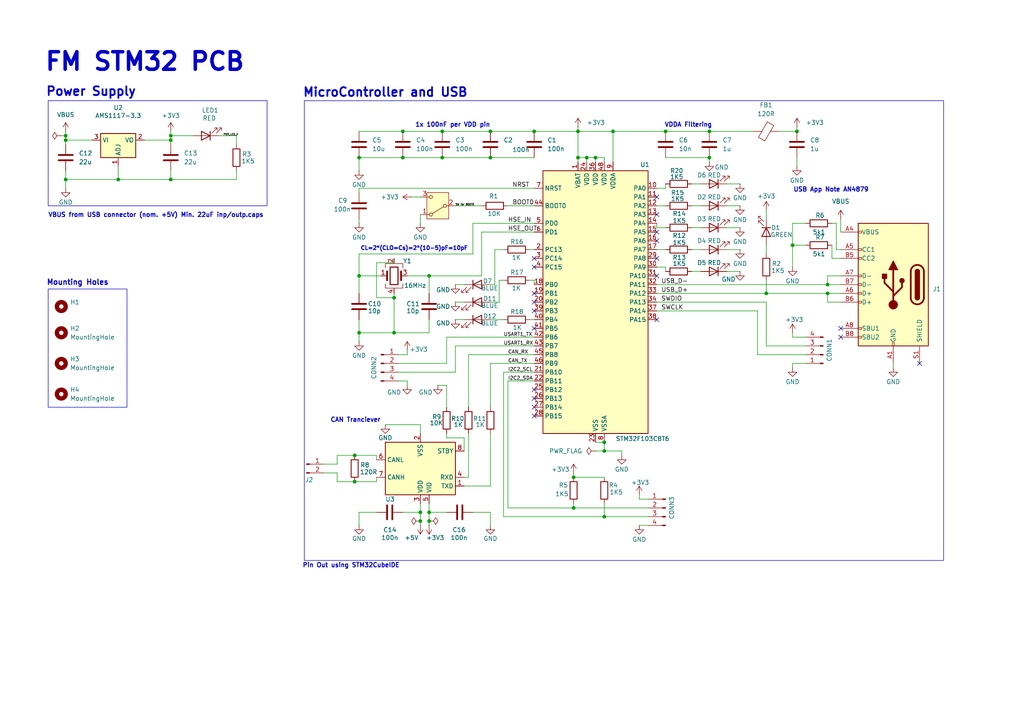
<source format=kicad_sch>
(kicad_sch (version 20250114) (generator "eeschema") (generator_version "9.0")
  (paper "A4")
  (title_block (title "Faziki Musanganya Unboarding Project") (date "2025-09-27") (rev "0.1") (company "Eco-Car"))
  (lib_symbols
    (symbol "Connector:Conn_01x02_Pin" (pin_names (offset 1.016) (hide yes))
      (property "Reference" "J" (at 0 2.54 0))
      (property "Value" "Conn_01x02_Pin" (at 0 -5.08 0))
      (symbol "Conn_01x02_Pin_1_1"
        (pin passive line (at 5.08 0 180) (length 3.81) (name "Pin_1") (number "1"))
        (pin passive line (at 5.08 -2.54 180) (length 3.81) (name "Pin_2") (number "2"))
      )
    )
    (symbol "Connector:Conn_01x04_Pin" (pin_names (offset 1.016) (hide yes))
      (property "Reference" "J" (at 0 5.08 0))
      (property "Value" "Conn_01x04_Pin" (at 0 -7.62 0))
      (symbol "Conn_01x04_Pin_1_1"
        (pin passive line (at 5.08 2.54 180) (length 3.81) (name "Pin_1") (number "1"))
        (pin passive line (at 5.08 0 180) (length 3.81) (name "Pin_2") (number "2"))
        (pin passive line (at 5.08 -2.54 180) (length 3.81) (name "Pin_3") (number "3"))
        (pin passive line (at 5.08 -5.08 180) (length 3.81) (name "Pin_4") (number "4"))
      )
    )
    (symbol "Connector:USB_C_Receptacle_USB2.0_16P" (pin_names (offset 1.016))
      (property "Reference" "J" (at 0 22.225 0))
      (property "Value" "USB_C_Receptacle_USB2.0_16P" (at 0 19.685 0))
      (symbol "USB_C_Receptacle_USB2.0_16P_1_1"
        (pin passive line (at -7.62 -22.86 90) (length 5.08) (name "SHIELD") (number "S1"))
        (pin passive line (at 0 -22.86 90) (length 5.08) (name "GND") (number "A1"))
        (pin passive line (at 0 -22.86 90) (length 5.08) (hide yes) (name "GND") (number "A12"))
        (pin passive line (at 0 -22.86 90) (length 5.08) (hide yes) (name "GND") (number "B1"))
        (pin passive line (at 0 -22.86 90) (length 5.08) (hide yes) (name "GND") (number "B12"))
        (pin passive line (at 15.24 15.24 180) (length 5.08) (name "VBUS") (number "A4"))
        (pin passive line (at 15.24 15.24 180) (length 5.08) (hide yes) (name "VBUS") (number "A9"))
        (pin passive line (at 15.24 15.24 180) (length 5.08) (hide yes) (name "VBUS") (number "B4"))
        (pin passive line (at 15.24 15.24 180) (length 5.08) (hide yes) (name "VBUS") (number "B9"))
        (pin bidirectional line (at 15.24 10.16 180) (length 5.08) (name "CC1") (number "A5"))
        (pin bidirectional line (at 15.24 7.62 180) (length 5.08) (name "CC2") (number "B5"))
        (pin bidirectional line (at 15.24 2.54 180) (length 5.08) (name "D-") (number "A7"))
        (pin bidirectional line (at 15.24 0 180) (length 5.08) (name "D-") (number "B7"))
        (pin bidirectional line (at 15.24 -2.54 180) (length 5.08) (name "D+") (number "A6"))
        (pin bidirectional line (at 15.24 -5.08 180) (length 5.08) (name "D+") (number "B6"))
        (pin bidirectional line (at 15.24 -12.7 180) (length 5.08) (name "SBU1") (number "A8"))
        (pin bidirectional line (at 15.24 -15.24 180) (length 5.08) (name "SBU2") (number "B8"))
      )
    )
    (symbol "Device:C" (pin_numbers (hide yes)) (pin_names (offset 0.254))
      (property "Reference" "C" (at 0.635 2.54 0))
      (property "Value" "C" (at 0.635 -2.54 0))
      (symbol "C_1_1"
        (pin passive line (at 0 3.81 270) (length 2.794) (name "~") (number "1"))
        (pin passive line (at 0 -3.81 90) (length 2.794) (name "~") (number "2"))
      )
    )
    (symbol "Device:Crystal_GND24" (pin_names (offset 1.016) (hide yes))
      (property "Reference" "Y" (at 3.175 5.08 0))
      (property "Value" "Crystal_GND24" (at 3.175 3.175 0))
      (symbol "Crystal_GND24_1_1"
        (pin passive line (at -3.81 0 0) (length 1.27) (name "1") (number "1"))
        (pin passive line (at 0 5.08 270) (length 1.27) (name "2") (number "2"))
        (pin passive line (at 0 -5.08 90) (length 1.27) (name "4") (number "4"))
        (pin passive line (at 3.81 0 180) (length 1.27) (name "3") (number "3"))
      )
    )
    (symbol "Device:FerriteBead" (pin_numbers (hide yes)) (pin_names (offset 0))
      (property "Reference" "FB" (at -3.81 0.635 90))
      (property "Value" "FerriteBead" (at 3.81 0 90))
      (symbol "FerriteBead_1_1"
        (pin passive line (at 0 3.81 270) (length 2.54) (name "~") (number "1"))
        (pin passive line (at 0 -3.81 90) (length 2.54) (name "~") (number "2"))
      )
    )
    (symbol "Device:LED" (pin_numbers (hide yes)) (pin_names (offset 1.016) (hide yes))
      (property "Reference" "D" (at 0 2.54 0))
      (property "Value" "LED" (at 0 -2.54 0))
      (symbol "LED_1_1"
        (pin passive line (at -3.81 0 0) (length 2.54) (name "K") (number "1"))
        (pin passive line (at 3.81 0 180) (length 2.54) (name "A") (number "2"))
      )
    )
    (symbol "Device:R" (pin_numbers (hide yes)) (pin_names (offset 0))
      (property "Reference" "R" (at 2.032 0 90))
      (property "Value" "R" (at 0 0 90))
      (symbol "R_1_1"
        (pin passive line (at 0 3.81 270) (length 1.27) (name "~") (number "1"))
        (pin passive line (at 0 -3.81 90) (length 1.27) (name "~") (number "2"))
      )
    )
    (symbol "Interface_CAN_LIN:MCP2542FDxMF"
      (property "Reference" "U" (at -10.16 8.89 0))
      (property "Value" "MCP2542FDxMF" (at 2.54 8.89 0))
      (symbol "MCP2542FDxMF_1_1"
        (pin input line (at -12.7 5.08 0) (length 2.54) (name "TXD") (number "1"))
        (pin output line (at -12.7 2.54 0) (length 2.54) (name "RXD") (number "4"))
        (pin input line (at -12.7 -5.08 0) (length 2.54) (name "STBY") (number "8"))
        (pin power_in line (at -2.54 10.16 270) (length 2.54) (name "VIO") (number "5"))
        (pin power_in line (at 0 10.16 270) (length 2.54) (name "VDD") (number "3"))
        (pin power_in line (at 0 -10.16 90) (length 2.54) (name "VSS") (number "2"))
        (pin passive line (at 0 -10.16 90) (length 2.54) (hide yes) (name "VSS") (number "9"))
        (pin bidirectional line (at 12.7 2.54 180) (length 2.54) (name "CANH") (number "7"))
        (pin bidirectional line (at 12.7 -2.54 180) (length 2.54) (name "CANL") (number "6"))
      )
    )
    (symbol "MCU_ST_STM32F1:STM32F103C8Tx"
      (property "Reference" "U" (at -15.24 39.37 0))
      (property "Value" "STM32F103C8Tx" (at 7.62 39.37 0))
      (symbol "STM32F103C8Tx_1_1"
        (pin input line (at -17.78 33.02 0) (length 2.54) (name "NRST") (number "7"))
        (pin input line (at -17.78 27.94 0) (length 2.54) (name "BOOT0") (number "44"))
        (pin bidirectional line (at -17.78 22.86 0) (length 2.54) (name "PD0") (number "5"))
        (pin bidirectional line (at -17.78 20.32 0) (length 2.54) (name "PD1") (number "6"))
        (pin bidirectional line (at -17.78 15.24 0) (length 2.54) (name "PC13") (number "2"))
        (pin bidirectional line (at -17.78 12.7 0) (length 2.54) (name "PC14") (number "3"))
        (pin bidirectional line (at -17.78 10.16 0) (length 2.54) (name "PC15") (number "4"))
        (pin bidirectional line (at -17.78 5.08 0) (length 2.54) (name "PB0") (number "18"))
        (pin bidirectional line (at -17.78 2.54 0) (length 2.54) (name "PB1") (number "19"))
        (pin bidirectional line (at -17.78 0 0) (length 2.54) (name "PB2") (number "20"))
        (pin bidirectional line (at -17.78 -2.54 0) (length 2.54) (name "PB3") (number "39"))
        (pin bidirectional line (at -17.78 -5.08 0) (length 2.54) (name "PB4") (number "40"))
        (pin bidirectional line (at -17.78 -7.62 0) (length 2.54) (name "PB5") (number "41"))
        (pin bidirectional line (at -17.78 -10.16 0) (length 2.54) (name "PB6") (number "42"))
        (pin bidirectional line (at -17.78 -12.7 0) (length 2.54) (name "PB7") (number "43"))
        (pin bidirectional line (at -17.78 -15.24 0) (length 2.54) (name "PB8") (number "45"))
        (pin bidirectional line (at -17.78 -17.78 0) (length 2.54) (name "PB9") (number "46"))
        (pin bidirectional line (at -17.78 -20.32 0) (length 2.54) (name "PB10") (number "21"))
        (pin bidirectional line (at -17.78 -22.86 0) (length 2.54) (name "PB11") (number "22"))
        (pin bidirectional line (at -17.78 -25.4 0) (length 2.54) (name "PB12") (number "25"))
        (pin bidirectional line (at -17.78 -27.94 0) (length 2.54) (name "PB13") (number "26"))
        (pin bidirectional line (at -17.78 -30.48 0) (length 2.54) (name "PB14") (number "27"))
        (pin bidirectional line (at -17.78 -33.02 0) (length 2.54) (name "PB15") (number "28"))
        (pin power_in line (at -5.08 40.64 270) (length 2.54) (name "VBAT") (number "1"))
        (pin power_in line (at -2.54 40.64 270) (length 2.54) (name "VDD") (number "24"))
        (pin power_in line (at 0 40.64 270) (length 2.54) (name "VDD") (number "36"))
        (pin power_in line (at 0 -40.64 90) (length 2.54) (name "VSS") (number "23"))
        (pin passive line (at 0 -40.64 90) (length 2.54) (hide yes) (name "VSS") (number "35"))
        (pin passive line (at 0 -40.64 90) (length 2.54) (hide yes) (name "VSS") (number "47"))
        (pin power_in line (at 2.54 40.64 270) (length 2.54) (name "VDD") (number "48"))
        (pin power_in line (at 2.54 -40.64 90) (length 2.54) (name "VSSA") (number "8"))
        (pin power_in line (at 5.08 40.64 270) (length 2.54) (name "VDDA") (number "9"))
        (pin bidirectional line (at 17.78 33.02 180) (length 2.54) (name "PA0") (number "10"))
        (pin bidirectional line (at 17.78 30.48 180) (length 2.54) (name "PA1") (number "11"))
        (pin bidirectional line (at 17.78 27.94 180) (length 2.54) (name "PA2") (number "12"))
        (pin bidirectional line (at 17.78 25.4 180) (length 2.54) (name "PA3") (number "13"))
        (pin bidirectional line (at 17.78 22.86 180) (length 2.54) (name "PA4") (number "14"))
        (pin bidirectional line (at 17.78 20.32 180) (length 2.54) (name "PA5") (number "15"))
        (pin bidirectional line (at 17.78 17.78 180) (length 2.54) (name "PA6") (number "16"))
        (pin bidirectional line (at 17.78 15.24 180) (length 2.54) (name "PA7") (number "17"))
        (pin bidirectional line (at 17.78 12.7 180) (length 2.54) (name "PA8") (number "29"))
        (pin bidirectional line (at 17.78 10.16 180) (length 2.54) (name "PA9") (number "30"))
        (pin bidirectional line (at 17.78 7.62 180) (length 2.54) (name "PA10") (number "31"))
        (pin bidirectional line (at 17.78 5.08 180) (length 2.54) (name "PA11") (number "32"))
        (pin bidirectional line (at 17.78 2.54 180) (length 2.54) (name "PA12") (number "33"))
        (pin bidirectional line (at 17.78 0 180) (length 2.54) (name "PA13") (number "34"))
        (pin bidirectional line (at 17.78 -2.54 180) (length 2.54) (name "PA14") (number "37"))
        (pin bidirectional line (at 17.78 -5.08 180) (length 2.54) (name "PA15") (number "38"))
      )
    )
    (symbol "Mechanical:MountingHole" (pin_names (offset 1.016)) (in_bom no)
      (property "Reference" "H" (at 0 5.08 0))
      (property "Value" "MountingHole" (at 0 3.175 0))
    )
    (symbol "Regulator_Linear:AMS1117"
      (property "Reference" "U" (at -3.81 3.175 0))
      (property "Value" "AMS1117" (at 0 3.175 0))
      (symbol "AMS1117_1_1"
        (pin power_in line (at -7.62 0 0) (length 2.54) (name "VI") (number "3"))
        (pin input line (at 0 -7.62 90) (length 2.54) (name "ADJ") (number "1"))
        (pin power_out line (at 7.62 0 180) (length 2.54) (name "VO") (number "2"))
      )
    )
    (symbol "Switch:SW_SPDT" (pin_names (offset 0) (hide yes))
      (property "Reference" "SW" (at 0 5.08 0))
      (property "Value" "SW_SPDT" (at 0 -5.08 0))
      (symbol "SW_SPDT_1_1"
        (pin passive line (at -5.08 0 0) (length 2.54) (name "B") (number "2"))
        (pin passive line (at 5.08 2.54 180) (length 2.54) (name "A") (number "1"))
        (pin passive line (at 5.08 -2.54 180) (length 2.54) (name "C") (number "3"))
      )
    )
    (symbol "power:+3.3V" (power) (pin_numbers (hide yes)) (pin_names (offset 0) (hide yes))
      (property "Value" "+3.3V" (at 0 3.556 0))
      (symbol "+3.3V_1_1"
        (pin power_in line (at 0 0 90) (length 0) (name "~") (number "1"))
      )
    )
    (symbol "power:+5V" (power) (pin_numbers (hide yes)) (pin_names (offset 0) (hide yes))
      (property "Value" "+5V" (at 0 3.556 0))
      (symbol "+5V_1_1"
        (pin power_in line (at 0 0 90) (length 0) (name "~") (number "1"))
      )
    )
    (symbol "power:GND" (power) (pin_numbers (hide yes)) (pin_names (offset 0) (hide yes))
      (property "Value" "GND" (at 0 -3.81 0))
      (symbol "GND_1_1"
        (pin power_in line (at 0 0 270) (length 0) (name "~") (number "1"))
      )
    )
    (symbol "power:PWR_FLAG" (power) (pin_numbers (hide yes)) (pin_names (offset 0) (hide yes))
      (property "Value" "PWR_FLAG" (at 0 3.81 0))
      (symbol "PWR_FLAG_0_0"
        (pin power_out line (at 0 0 90) (length 0) (name "~") (number "1"))
      )
    )
    (symbol "power:VBUS" (power) (pin_numbers (hide yes)) (pin_names (offset 0) (hide yes))
      (property "Value" "VBUS" (at 0 3.556 0))
      (symbol "VBUS_1_1"
        (pin power_in line (at 0 0 90) (length 0) (name "~") (number "1"))
      )
    )
  )
  (rectangle (start 13.97 29.21) (end 77.47 59.69))
  (rectangle (start 88.265 29.21) (end 273.685 162.56))
  (text "USB App Note AN4879" (at 241.046 55.118 0) (effects (font (size 1.27 1.27) (thickness 0.254) (bold yes))))
  (text "MicroController and USB\n" (at 111.76 26.924 0) (effects (font (size 2.54 2.54) (thickness 0.508) (bold yes))))
  (text "CL=2*(CLO=Cs)=2*(10-5)pF=10pF" (at 120.142 72.136 0) (effects (font (size 1.143 1.143) (thickness 0.254) (bold yes))))
  (text "FM STM32 PCB " (at 43.942 18.034 0) (effects (font (size 5.08 5.08) (thickness 1.016) (bold yes))))
  (text "VBUS from USB connector (nom. +5V) Min. 22uF inp/outp.caps" (at 45.212 62.484 0) (effects (font (size 1.27 1.27) (thickness 0.254) (bold yes))))
  (text "VDDA Filtering" (at 199.644 36.322 0) (effects (font (size 1.27 1.27) (thickness 0.254) (bold yes))))
  (text "CAN Tranciever" (at 103.124 121.92 0) (effects (font (size 1.27 1.27) (thickness 0.254) (bold yes))))
  (text "Mounting Holes " (at 23.114 82.042 0) (effects (font (size 1.524 1.524) (thickness 0.3048) (bold yes))))
  (text "Power Supply" (at 26.416 26.67 0) (effects (font (size 2.54 2.54) (thickness 0.508) (bold yes))))
  (text "Pin Out using STM32CubeIDE" (at 101.854 164.084 0) (effects (font (size 1.27 1.27) (thickness 0.254) (bold yes))))
  (text "1x 100nF per VDD pin" (at 131.318 36.322 0) (effects (font (size 1.27 1.27) (thickness 0.254) (bold yes))))
  (text_box "" (at 13.97 83.82 0) (size 22.86 34.29) (margins 0.9525 0.9525 0.9525 0.9525) (effects (font (size 1.27 1.27)) (justify left top)))
  (junction (at 128.27 45.72))
  (junction (at 222.25 85.09))
  (junction (at 102.87 132.08))
  (junction (at 114.3 86.36))
  (junction (at 116.84 45.72))
  (junction (at 177.8 38.1))
  (junction (at 19.05 39.37))
  (junction (at 19.05 52.07))
  (junction (at 175.26 149.86))
  (junction (at 231.14 38.1))
  (junction (at 116.84 38.1))
  (junction (at 124.46 80.01))
  (junction (at 154.94 38.1))
  (junction (at 104.14 80.01))
  (junction (at 124.46 151.13))
  (junction (at 205.74 45.72))
  (junction (at 175.26 130.81))
  (junction (at 229.87 71.12))
  (junction (at 175.26 128.27))
  (junction (at 121.92 148.59))
  (junction (at 49.53 40.64))
  (junction (at 142.24 45.72))
  (junction (at 49.53 52.07))
  (junction (at 240.03 85.09))
  (junction (at 34.29 52.07))
  (junction (at 49.53 39.37))
  (junction (at 167.64 45.72))
  (junction (at 104.14 45.72))
  (junction (at 172.72 45.72))
  (junction (at 19.05 40.64))
  (junction (at 124.46 148.59))
  (junction (at 102.87 139.7))
  (junction (at 128.27 38.1))
  (junction (at 142.24 38.1))
  (junction (at 121.92 151.13))
  (junction (at 193.04 38.1))
  (junction (at 205.74 38.1))
  (junction (at 166.37 147.32))
  (junction (at 166.37 138.43))
  (junction (at 170.18 45.72))
  (junction (at 104.14 96.52))
  (junction (at 167.64 38.1))
  (junction (at 240.03 82.55))
  (junction (at 114.3 96.52))
  (no_connect (at 154.94 87.63))
  (no_connect (at 190.5 69.85))
  (no_connect (at 154.94 85.09))
  (no_connect (at 190.5 92.71))
  (no_connect (at 190.5 62.23))
  (no_connect (at 190.5 57.15))
  (no_connect (at 154.94 118.11))
  (no_connect (at 154.94 113.03))
  (no_connect (at 190.5 67.31))
  (no_connect (at 154.94 95.25))
  (no_connect (at 154.94 90.17))
  (no_connect (at 154.94 120.65))
  (no_connect (at 243.84 97.79))
  (no_connect (at 190.5 80.01))
  (no_connect (at 154.94 77.47))
  (no_connect (at 154.94 74.93))
  (no_connect (at 266.7 105.41))
  (no_connect (at 154.94 115.57))
  (no_connect (at 190.5 74.93))
  (no_connect (at 243.84 95.25))
  (wire (pts (xy 124.46 96.52) (xy 114.3 96.52)))
  (wire (pts (xy 229.87 105.41) (xy 233.68 105.41)))
  (wire (pts (xy 259.08 105.41) (xy 259.08 106.68)))
  (wire (pts (xy 243.84 67.31) (xy 243.84 63.5)))
  (wire (pts (xy 170.18 45.72) (xy 170.18 46.99)))
  (wire (pts (xy 242.57 72.39) (xy 242.57 64.77)))
  (wire (pts (xy 129.54 105.41) (xy 129.54 97.79)))
  (wire (pts (xy 200.66 53.34) (xy 203.2 53.34)))
  (wire (pts (xy 190.5 66.04) (xy 193.04 66.04)))
  (wire (pts (xy 139.7 67.31) (xy 154.94 67.31)))
  (wire (pts (xy 124.46 146.05) (xy 124.46 148.59)))
  (wire (pts (xy 63.5 39.37) (xy 68.58 39.37)))
  (wire (pts (xy 128.27 38.1) (xy 142.24 38.1)))
  (wire (pts (xy 114.3 96.52) (xy 114.3 86.36)))
  (wire (pts (xy 146.05 107.95) (xy 146.05 149.86)))
  (wire (pts (xy 104.14 55.88) (xy 104.14 54.61)))
  (wire (pts (xy 180.34 130.81) (xy 175.26 130.81)))
  (wire (pts (xy 172.72 45.72) (xy 175.26 45.72)))
  (wire (pts (xy 144.78 81.28) (xy 144.78 87.63)))
  (wire (pts (xy 193.04 54.61) (xy 193.04 53.34)))
  (wire (pts (xy 114.3 86.36) (xy 114.3 85.09)))
  (wire (pts (xy 19.05 38.1) (xy 19.05 39.37)))
  (wire (pts (xy 124.46 151.13) (xy 124.46 152.4)))
  (wire (pts (xy 115.57 102.87) (xy 118.11 102.87)))
  (wire (pts (xy 93.98 137.16) (xy 97.79 137.16)))
  (wire (pts (xy 229.87 71.12) (xy 229.87 64.77)))
  (wire (pts (xy 68.58 52.07) (xy 49.53 52.07)))
  (wire (pts (xy 185.42 144.78) (xy 187.96 144.78)))
  (wire (pts (xy 210.82 78.74) (xy 214.63 78.74)))
  (wire (pts (xy 229.87 77.47) (xy 229.87 71.12)))
  (wire (pts (xy 68.58 39.37) (xy 68.58 41.91)))
  (wire (pts (xy 124.46 80.01) (xy 124.46 85.09)))
  (wire (pts (xy 180.34 130.81) (xy 180.34 132.08)))
  (wire (pts (xy 190.5 54.61) (xy 193.04 54.61)))
  (wire (pts (xy 229.87 105.41) (xy 229.87 106.68)))
  (wire (pts (xy 231.14 38.1) (xy 226.06 38.1)))
  (wire (pts (xy 109.22 133.35) (xy 109.22 132.08)))
  (wire (pts (xy 118.11 80.01) (xy 124.46 80.01)))
  (wire (pts (xy 17.78 39.37) (xy 19.05 39.37)))
  (wire (pts (xy 19.05 52.07) (xy 19.05 54.61)))
  (wire (pts (xy 205.74 38.1) (xy 218.44 38.1)))
  (wire (pts (xy 121.92 123.19) (xy 121.92 125.73)))
  (wire (pts (xy 222.25 60.96) (xy 222.25 63.5)))
  (wire (pts (xy 116.84 148.59) (xy 121.92 148.59)))
  (wire (pts (xy 142.24 105.41) (xy 154.94 105.41)))
  (wire (pts (xy 175.26 146.05) (xy 175.26 149.86)))
  (wire (pts (xy 109.22 148.59) (xy 104.14 148.59)))
  (wire (pts (xy 143.51 72.39) (xy 143.51 82.55)))
  (wire (pts (xy 154.94 38.1) (xy 167.64 38.1)))
  (wire (pts (xy 19.05 49.53) (xy 19.05 52.07)))
  (wire (pts (xy 119.38 57.15) (xy 121.92 57.15)))
  (wire (pts (xy 121.92 123.19) (xy 111.76 123.19)))
  (wire (pts (xy 19.05 40.64) (xy 19.05 41.91)))
  (wire (pts (xy 97.79 139.7) (xy 97.79 137.16)))
  (wire (pts (xy 142.24 45.72) (xy 154.94 45.72)))
  (wire (pts (xy 166.37 146.05) (xy 166.37 147.32)))
  (wire (pts (xy 166.37 137.16) (xy 166.37 138.43)))
  (wire (pts (xy 124.46 92.71) (xy 124.46 96.52)))
  (wire (pts (xy 185.42 143.51) (xy 185.42 144.78)))
  (wire (pts (xy 134.62 127) (xy 134.62 130.81)))
  (wire (pts (xy 219.71 102.87) (xy 233.68 102.87)))
  (wire (pts (xy 135.89 102.87) (xy 154.94 102.87)))
  (wire (pts (xy 200.66 59.69) (xy 203.2 59.69)))
  (wire (pts (xy 104.14 80.01) (xy 104.14 73.66)))
  (wire (pts (xy 129.54 125.73) (xy 129.54 127)))
  (wire (pts (xy 147.32 147.32) (xy 147.32 110.49)))
  (wire (pts (xy 172.72 128.27) (xy 175.26 128.27)))
  (wire (pts (xy 175.26 138.43) (xy 166.37 138.43)))
  (wire (pts (xy 34.29 52.07) (xy 34.29 48.26)))
  (wire (pts (xy 190.5 77.47) (xy 193.04 77.47)))
  (wire (pts (xy 104.14 96.52) (xy 114.3 96.52)))
  (wire (pts (xy 134.62 138.43) (xy 135.89 138.43)))
  (wire (pts (xy 19.05 39.37) (xy 19.05 40.64)))
  (wire (pts (xy 137.16 73.66) (xy 137.16 64.77)))
  (wire (pts (xy 177.8 38.1) (xy 177.8 46.99)))
  (wire (pts (xy 109.22 132.08) (xy 102.87 132.08)))
  (wire (pts (xy 200.66 78.74) (xy 203.2 78.74)))
  (wire (pts (xy 104.14 85.09) (xy 104.14 80.01)))
  (wire (pts (xy 185.42 152.4) (xy 187.96 152.4)))
  (wire (pts (xy 26.67 40.64) (xy 19.05 40.64)))
  (wire (pts (xy 135.89 125.73) (xy 135.89 138.43)))
  (wire (pts (xy 229.87 97.79) (xy 233.68 97.79)))
  (wire (pts (xy 49.53 38.1) (xy 49.53 39.37)))
  (wire (pts (xy 229.87 71.12) (xy 233.68 71.12)))
  (wire (pts (xy 175.26 149.86) (xy 187.96 149.86)))
  (wire (pts (xy 142.24 82.55) (xy 143.51 82.55)))
  (wire (pts (xy 124.46 148.59) (xy 124.46 151.13)))
  (wire (pts (xy 170.18 45.72) (xy 172.72 45.72)))
  (wire (pts (xy 200.66 66.04) (xy 203.2 66.04)))
  (wire (pts (xy 154.94 92.71) (xy 153.67 92.71)))
  (wire (pts (xy 175.26 45.72) (xy 175.26 46.99)))
  (wire (pts (xy 102.87 139.7) (xy 109.22 139.7)))
  (wire (pts (xy 93.98 134.62) (xy 97.79 134.62)))
  (wire (pts (xy 132.08 87.63) (xy 134.62 87.63)))
  (wire (pts (xy 142.24 38.1) (xy 154.94 38.1)))
  (wire (pts (xy 132.08 100.33) (xy 154.94 100.33)))
  (wire (pts (xy 139.7 80.01) (xy 139.7 67.31)))
  (wire (pts (xy 129.54 111.76) (xy 129.54 118.11)))
  (wire (pts (xy 190.5 59.69) (xy 193.04 59.69)))
  (wire (pts (xy 129.54 97.79) (xy 154.94 97.79)))
  (wire (pts (xy 115.57 105.41) (xy 129.54 105.41)))
  (wire (pts (xy 49.53 39.37) (xy 49.53 40.64)))
  (wire (pts (xy 19.05 52.07) (xy 34.29 52.07)))
  (wire (pts (xy 132.08 100.33) (xy 132.08 107.95)))
  (wire (pts (xy 104.14 38.1) (xy 116.84 38.1)))
  (wire (pts (xy 104.14 45.72) (xy 116.84 45.72)))
  (wire (pts (xy 104.14 45.72) (xy 104.14 49.53)))
  (wire (pts (xy 121.92 151.13) (xy 121.92 152.4)))
  (wire (pts (xy 104.14 73.66) (xy 137.16 73.66)))
  (wire (pts (xy 222.25 100.33) (xy 233.68 100.33)))
  (wire (pts (xy 154.94 82.55) (xy 154.94 81.28)))
  (wire (pts (xy 190.5 72.39) (xy 193.04 72.39)))
  (wire (pts (xy 222.25 87.63) (xy 222.25 100.33)))
  (wire (pts (xy 210.82 53.34) (xy 214.63 53.34)))
  (wire (pts (xy 167.64 38.1) (xy 167.64 45.72)))
  (wire (pts (xy 231.14 36.83) (xy 231.14 38.1)))
  (wire (pts (xy 109.22 76.2) (xy 109.22 86.36)))
  (wire (pts (xy 124.46 80.01) (xy 139.7 80.01)))
  (wire (pts (xy 49.53 40.64) (xy 41.91 40.64)))
  (wire (pts (xy 193.04 77.47) (xy 193.04 78.74)))
  (wire (pts (xy 219.71 90.17) (xy 219.71 102.87)))
  (wire (pts (xy 128.27 45.72) (xy 142.24 45.72)))
  (wire (pts (xy 167.64 45.72) (xy 167.64 46.99)))
  (wire (pts (xy 104.14 54.61) (xy 154.94 54.61)))
  (wire (pts (xy 142.24 118.11) (xy 142.24 105.41)))
  (wire (pts (xy 121.92 146.05) (xy 121.92 148.59)))
  (wire (pts (xy 109.22 86.36) (xy 114.3 86.36)))
  (wire (pts (xy 167.64 38.1) (xy 177.8 38.1)))
  (wire (pts (xy 34.29 52.07) (xy 49.53 52.07)))
  (wire (pts (xy 68.58 49.53) (xy 68.58 52.07)))
  (wire (pts (xy 127 111.76) (xy 129.54 111.76)))
  (wire (pts (xy 241.3 74.93) (xy 241.3 71.12)))
  (wire (pts (xy 104.14 96.52) (xy 104.14 99.06)))
  (wire (pts (xy 147.32 110.49) (xy 154.94 110.49)))
  (wire (pts (xy 231.14 48.26) (xy 231.14 45.72)))
  (wire (pts (xy 190.5 64.77) (xy 190.5 66.04)))
  (wire (pts (xy 118.11 102.87) (xy 118.11 101.6)))
  (wire (pts (xy 137.16 148.59) (xy 142.24 148.59)))
  (wire (pts (xy 205.74 38.1) (xy 193.04 38.1)))
  (wire (pts (xy 142.24 140.97) (xy 142.24 125.73)))
  (wire (pts (xy 118.11 110.49) (xy 118.11 111.76)))
  (wire (pts (xy 121.92 62.23) (xy 121.92 64.77)))
  (wire (pts (xy 243.84 87.63) (xy 240.03 87.63)))
  (wire (pts (xy 146.05 72.39) (xy 143.51 72.39)))
  (wire (pts (xy 129.54 148.59) (xy 124.46 148.59)))
  (wire (pts (xy 154.94 72.39) (xy 153.67 72.39)))
  (wire (pts (xy 210.82 59.69) (xy 214.63 59.69)))
  (wire (pts (xy 190.5 85.09) (xy 222.25 85.09)))
  (wire (pts (xy 142.24 92.71) (xy 146.05 92.71)))
  (wire (pts (xy 109.22 138.43) (xy 109.22 139.7)))
  (wire (pts (xy 240.03 80.01) (xy 240.03 82.55)))
  (wire (pts (xy 104.14 63.5) (xy 104.14 64.77)))
  (wire (pts (xy 135.89 102.87) (xy 135.89 118.11)))
  (wire (pts (xy 222.25 81.28) (xy 222.25 85.09)))
  (wire (pts (xy 154.94 81.28) (xy 153.67 81.28)))
  (wire (pts (xy 114.3 74.93) (xy 114.3 76.2)))
  (wire (pts (xy 134.62 140.97) (xy 142.24 140.97)))
  (wire (pts (xy 97.79 132.08) (xy 102.87 132.08)))
  (wire (pts (xy 116.84 38.1) (xy 128.27 38.1)))
  (wire (pts (xy 146.05 107.95) (xy 154.94 107.95)))
  (wire (pts (xy 147.32 147.32) (xy 166.37 147.32)))
  (wire (pts (xy 243.84 72.39) (xy 242.57 72.39)))
  (wire (pts (xy 242.57 64.77) (xy 241.3 64.77)))
  (wire (pts (xy 110.49 80.01) (xy 104.14 80.01)))
  (wire (pts (xy 190.5 87.63) (xy 222.25 87.63)))
  (wire (pts (xy 205.74 45.72) (xy 193.04 45.72)))
  (wire (pts (xy 97.79 134.62) (xy 97.79 132.08)))
  (wire (pts (xy 240.03 87.63) (xy 240.03 85.09)))
  (wire (pts (xy 240.03 82.55) (xy 243.84 82.55)))
  (wire (pts (xy 172.72 45.72) (xy 172.72 46.99)))
  (wire (pts (xy 147.32 59.69) (xy 154.94 59.69)))
  (wire (pts (xy 132.08 59.69) (xy 139.7 59.69)))
  (wire (pts (xy 114.3 76.2) (xy 109.22 76.2)))
  (wire (pts (xy 104.14 92.71) (xy 104.14 96.52)))
  (wire (pts (xy 121.92 148.59) (xy 121.92 151.13)))
  (wire (pts (xy 200.66 72.39) (xy 203.2 72.39)))
  (wire (pts (xy 229.87 96.52) (xy 229.87 97.79)))
  (wire (pts (xy 142.24 87.63) (xy 144.78 87.63)))
  (wire (pts (xy 132.08 92.71) (xy 134.62 92.71)))
  (wire (pts (xy 104.14 148.59) (xy 104.14 152.4)))
  (wire (pts (xy 240.03 85.09) (xy 243.84 85.09)))
  (wire (pts (xy 172.72 130.81) (xy 175.26 130.81)))
  (wire (pts (xy 177.8 38.1) (xy 193.04 38.1)))
  (wire (pts (xy 49.53 52.07) (xy 49.53 49.53)))
  (wire (pts (xy 210.82 72.39) (xy 214.63 72.39)))
  (wire (pts (xy 190.5 82.55) (xy 240.03 82.55)))
  (wire (pts (xy 243.84 80.01) (xy 240.03 80.01)))
  (wire (pts (xy 222.25 73.66) (xy 222.25 71.12)))
  (wire (pts (xy 205.74 46.99) (xy 205.74 45.72)))
  (wire (pts (xy 132.08 82.55) (xy 134.62 82.55)))
  (wire (pts (xy 49.53 41.91) (xy 49.53 40.64)))
  (wire (pts (xy 222.25 85.09) (xy 240.03 85.09)))
  (wire (pts (xy 115.57 107.95) (xy 132.08 107.95)))
  (wire (pts (xy 129.54 127) (xy 134.62 127)))
  (wire (pts (xy 102.87 139.7) (xy 97.79 139.7)))
  (wire (pts (xy 146.05 81.28) (xy 144.78 81.28)))
  (wire (pts (xy 116.84 45.72) (xy 128.27 45.72)))
  (wire (pts (xy 142.24 148.59) (xy 142.24 152.4)))
  (wire (pts (xy 146.05 149.86) (xy 175.26 149.86)))
  (wire (pts (xy 243.84 74.93) (xy 241.3 74.93)))
  (wire (pts (xy 137.16 64.77) (xy 154.94 64.77)))
  (wire (pts (xy 175.26 128.27) (xy 175.26 130.81)))
  (wire (pts (xy 115.57 110.49) (xy 118.11 110.49)))
  (wire (pts (xy 49.53 39.37) (xy 55.88 39.37)))
  (wire (pts (xy 210.82 66.04) (xy 214.63 66.04)))
  (wire (pts (xy 167.64 45.72) (xy 170.18 45.72)))
  (wire (pts (xy 166.37 147.32) (xy 187.96 147.32)))
  (wire (pts (xy 167.64 36.83) (xy 167.64 38.1)))
  (wire (pts (xy 190.5 90.17) (xy 219.71 90.17)))
  (wire (pts (xy 229.87 64.77) (xy 233.68 64.77)))
  (label "SWDIO" (at 191.77 87.63 0))
  (label "HSE_IN" (at 147.32 64.77 0))
  (label "USB_D-" (at 191.77 82.55 0))
  (label "CAN_TX" (at 147.32 105.41 0) (effects (font (size 1.016 1.016))))
  (label "I2C2_SDA" (at 147.32 110.49 0) (effects (font (size 1.016 1.016))))
  (label "PWR_LED_K" (at 64.77 39.37 0) (effects (font (size 0.508 0.508))))
  (label "USART1_TX" (at 146.05 97.79 0) (effects (font (size 1.016 1.016))))
  (label "USB_D+" (at 191.77 85.09 0))
  (label "CAN_RX" (at 147.32 102.87 0) (effects (font (size 1.016 1.016))))
  (label "BOOT0" (at 148.59 59.69 0))
  (label "HSE_OUT" (at 147.32 67.31 0))
  (label "SWCLK" (at 191.77 90.17 0))
  (label "I2C2_SCL" (at 147.32 107.95 0) (effects (font (size 1.016 1.016))))
  (label "SW for BOOT0" (at 132.08 59.69 0) (effects (font (size 0.508 0.508))))
  (label "USART1_RX" (at 146.05 100.33 0) (effects (font (size 1.016 1.016))))
  (label "NRST" (at 148.59 54.61 0))
  (symbol (lib_id "power:GND") (at 180.34 132.08 0) (unit 1)
    (property "Reference" "#PWR01" (effects (hide yes)))
    (property "Value" "GND" (at 180.34 136.144 0))
    (property "Description" "Power symbol creates a global label with name \"GND\" , ground" (effects (hide yes)))
  )
  (symbol (lib_id "power:+3.3V") (at 167.64 36.83 0) (unit 1)
    (property "Reference" "#PWR02" (effects (hide yes)))
    (property "Value" "+3V3" (at 170.18 35.5599 0) (effects (justify left)))
    (property "Description" "Power symbol creates a global label with name \"+3.3V\"" (effects (hide yes)))
  )
  (symbol (lib_id "Connector:Conn_01x04_Pin") (at 110.49 105.41 0) (unit 1)
    (property "Reference" "CONN2" (at 108.458 106.68 90))
    (property "Value" "Conn_01x04_Pin" (effects (hide yes)))
    (property "Footprint" "Connector_PinHeader_2.54mm:PinHeader_1x04_P2.54mm_Vertical" (effects (hide yes)))
    (property "Description" "Generic connector, single row, 01x04, script generated" (effects (hide yes)))
  )
  (symbol (lib_id "Connector:Conn_01x02_Pin") (at 88.9 134.62 0) (unit 1)
    (property "Reference" "J2" (at 89.662 139.192 0))
    (property "Value" "Conn_01x02_Pin" (effects (hide yes)))
    (property "Footprint" "Connector_PinHeader_2.54mm:PinHeader_1x02_P2.54mm_Vertical" (effects (hide yes)))
    (property "Description" "Generic connector, single row, 01x02, script generated" (effects (hide yes)))
  )
  (symbol (lib_id "Device:R") (at 237.49 71.12 270) (unit 1)
    (property "Reference" "R7" (at 236.474 68.834 90) (effects (justify left)))
    (property "Value" "5k1" (at 235.712 73.66 90) (effects (justify left)))
    (property "Footprint" "Resistor_SMD:R_0402_1005Metric" (effects (hide yes)))
    (property "Description" "Resistor" (effects (hide yes)))
  )
  (symbol (lib_id "Device:C") (at 104.14 88.9 0) (unit 1)
    (property "Reference" "C10" (at 106.68 88.138 0) (effects (justify left)))
    (property "Value" "10p" (at 106.68 90.17 0) (effects (justify left)))
    (property "Footprint" "Capacitor_SMD:C_0402_1005Metric" (effects (hide yes)))
    (property "Description" "Unpolarized capacitor" (effects (hide yes)))
  )
  (symbol (lib_id "power:VBUS") (at 19.05 38.1 0) (unit 1)
    (property "Reference" "#PWR018" (effects (hide yes)))
    (property "Value" "VBUS" (at 19.05 33.274 0))
    (property "Description" "Power symbol creates a global label with name \"VBUS\"" (effects (hide yes)))
  )
  (symbol (lib_id "power:+3.3V") (at 49.53 38.1 0) (unit 1)
    (property "Reference" "#PWR019" (effects (hide yes)))
    (property "Value" "+3V3" (at 49.53 33.528 0))
    (property "Description" "Power symbol creates a global label with name \"+3.3V\"" (effects (hide yes)))
  )
  (symbol (lib_id "Device:LED") (at 138.43 87.63 0) (unit 1)
    (property "Reference" "D11" (at 144.018 86.614 0) (effects (justify right)))
    (property "Value" "BLUE" (at 144.526 88.646 0) (effects (justify right)))
    (property "Footprint" "LED_SMD:LED_0603_1608Metric" (effects (hide yes)))
    (property "Description" "Light emitting diode" (effects (hide yes)))
    (property "Sim.Pins" "1=K 2=A" (effects (hide yes)))
  )
  (symbol (lib_id "power:GND") (at 229.87 106.68 0) (unit 1)
    (property "Reference" "#PWR016" (effects (hide yes)))
    (property "Value" "GND" (at 229.87 110.744 0))
    (property "Description" "Power symbol creates a global label with name \"GND\" , ground" (effects (hide yes)))
  )
  (symbol (lib_id "Device:C") (at 104.14 59.69 0) (unit 1)
    (property "Reference" "C9" (at 98.044 58.166 0) (effects (justify left)))
    (property "Value" "100n" (at 96.774 60.706 0) (effects (justify left)))
    (property "Footprint" "Capacitor_SMD:C_0402_1005Metric" (effects (hide yes)))
    (property "Description" "Unpolarized capacitor" (effects (hide yes)))
  )
  (symbol (lib_id "power:GND") (at 104.14 99.06 0) (unit 1)
    (property "Reference" "#PWR011" (effects (hide yes)))
    (property "Value" "GND" (at 104.14 103.124 0))
    (property "Description" "Power symbol creates a global label with name \"GND\" , ground" (effects (hide yes)))
  )
  (symbol (lib_id "power:+3.3V") (at 119.38 57.15 90) (mirror x) (unit 1)
    (property "Reference" "#PWR010" (effects (hide yes)))
    (property "Value" "+3V3" (at 113.03 57.15 90))
    (property "Description" "Power symbol creates a global label with name \"+3.3V\"" (effects (hide yes)))
  )
  (symbol (lib_id "power:GND") (at 259.08 106.68 0) (unit 1)
    (property "Reference" "#PWR012" (effects (hide yes)))
    (property "Value" "GND" (at 259.08 110.744 0))
    (property "Description" "Power symbol creates a global label with name \"GND\" , ground" (effects (hide yes)))
  )
  (symbol (lib_id "power:+3.3V") (at 222.25 60.96 0) (unit 1)
    (property "Reference" "#PWR014" (effects (hide yes)))
    (property "Value" "+3V3" (at 222.25 56.896 0))
    (property "Description" "Power symbol creates a global label with name \"+3.3V\"" (effects (hide yes)))
  )
  (symbol (lib_id "Device:Crystal_GND24") (at 114.3 80.01 0) (unit 1)
    (property "Reference" "Y1" (at 118.11 75.692 0))
    (property "Value" "16MHz" (at 120.396 82.804 0))
    (property "Footprint" "Crystal:Crystal_SMD_3225-4Pin_3.2x2.5mm" (effects (hide yes)))
    (property "Description" "Four pin crystal, GND on pins 2 and 4" (effects (hide yes)))
  )
  (symbol (lib_id "Device:LED") (at 207.01 59.69 180) (unit 1)
    (property "Reference" "D2" (at 202.184 57.15 0) (effects (justify right)))
    (property "Value" "RED" (at 205.232 57.15 0) (effects (justify right)))
    (property "Footprint" "LED_SMD:LED_0603_1608Metric" (effects (hide yes)))
    (property "Description" "Light emitting diode" (effects (hide yes)))
    (property "Sim.Pins" "1=K 2=A" (effects (hide yes)))
  )
  (symbol (lib_id "Device:R") (at 222.25 77.47 180) (unit 1)
    (property "Reference" "R2" (at 226.568 76.454 0) (effects (justify left)))
    (property "Value" "1K5" (at 227.584 78.486 0) (effects (justify left)))
    (property "Footprint" "Resistor_SMD:R_0402_1005Metric" (effects (hide yes)))
    (property "Description" "Resistor" (effects (hide yes)))
  )
  (symbol (lib_id "Device:R") (at 196.85 66.04 270) (unit 1)
    (property "Reference" "R14" (at 195.072 61.976 90) (effects (justify left)))
    (property "Value" "1K5" (at 195.072 64.008 90) (effects (justify left)))
    (property "Footprint" "Resistor_SMD:R_0402_1005Metric" (effects (hide yes)))
    (property "Description" "Resistor" (effects (hide yes)))
  )
  (symbol (lib_id "power:GND") (at 214.63 72.39 0) (unit 1)
    (property "Reference" "#PWR032" (effects (hide yes)))
    (property "Value" "GND" (at 214.63 76.454 0))
    (property "Description" "Power symbol creates a global label with name \"GND\" , ground" (effects (hide yes)))
  )
  (symbol (lib_id "Device:C") (at 133.35 148.59 90) (unit 1)
    (property "Reference" "C16" (at 135.128 153.67 90) (effects (justify left)))
    (property "Value" "100n" (at 135.636 155.956 90) (effects (justify left)))
    (property "Footprint" "Capacitor_SMD:C_0402_1005Metric" (effects (hide yes)))
    (property "Description" "Unpolarized capacitor" (effects (hide yes)))
  )
  (symbol (lib_id "power:+3.3V") (at 124.46 152.4 0) (mirror x) (unit 1)
    (property "Reference" "#PWR022" (effects (hide yes)))
    (property "Value" "+3V3" (at 126.238 155.956 0))
    (property "Description" "Power symbol creates a global label with name \"+3.3V\"" (effects (hide yes)))
  )
  (symbol (lib_id "power:GND") (at 185.42 152.4 0) (mirror y) (unit 1)
    (property "Reference" "#PWR017" (effects (hide yes)))
    (property "Value" "GND" (at 185.42 156.464 0))
    (property "Description" "Power symbol creates a global label with name \"GND\" , ground" (effects (hide yes)))
  )
  (symbol (lib_id "Device:R") (at 149.86 81.28 90) (unit 1)
    (property "Reference" "R17" (at 151.892 78.994 90) (effects (justify left)))
    (property "Value" "1K" (at 151.13 83.566 90) (effects (justify left)))
    (property "Footprint" "Resistor_SMD:R_0402_1005Metric" (effects (hide yes)))
    (property "Description" "Resistor" (effects (hide yes)))
  )
  (symbol (lib_id "Device:LED") (at 222.25 67.31 270) (unit 1)
    (property "Reference" "D1" (at 226.314 66.04 90) (effects (justify right)))
    (property "Value" "GREEN" (at 229.87 68.072 90) (effects (justify right)))
    (property "Footprint" "LED_SMD:LED_0603_1608Metric" (effects (hide yes)))
    (property "Description" "Light emitting diode" (effects (hide yes)))
    (property "Sim.Pins" "1=K 2=A" (effects (hide yes)))
  )
  (symbol (lib_id "power:GND") (at 104.14 64.77 0) (unit 1)
    (property "Reference" "#PWR08" (effects (hide yes)))
    (property "Value" "GND" (at 104.14 68.834 0))
    (property "Description" "Power symbol creates a global label with name \"GND\" , ground" (effects (hide yes)))
  )
  (symbol (lib_id "Device:R") (at 135.89 121.92 0) (unit 1)
    (property "Reference" "R10" (at 130.81 121.412 0) (effects (justify left)))
    (property "Value" "1K" (at 131.572 123.19 0) (effects (justify left)))
    (property "Footprint" "Resistor_SMD:R_0402_1005Metric" (effects (hide yes)))
    (property "Description" "Resistor" (effects (hide yes)))
  )
  (symbol (lib_id "Device:C") (at 113.03 148.59 90) (unit 1)
    (property "Reference" "C14" (at 115.062 153.67 90) (effects (justify left)))
    (property "Value" "100n" (at 115.57 155.956 90) (effects (justify left)))
    (property "Footprint" "Capacitor_SMD:C_0402_1005Metric" (effects (hide yes)))
    (property "Description" "Unpolarized capacitor" (effects (hide yes)))
  )
  (symbol (lib_id "Device:LED") (at 207.01 72.39 180) (unit 1)
    (property "Reference" "D4" (at 202.184 69.85 0) (effects (justify right)))
    (property "Value" "RED" (at 205.232 69.85 0) (effects (justify right)))
    (property "Footprint" "LED_SMD:LED_0603_1608Metric" (effects (hide yes)))
    (property "Description" "Light emitting diode" (effects (hide yes)))
    (property "Sim.Pins" "1=K 2=A" (effects (hide yes)))
  )
  (symbol (lib_id "Device:C") (at 205.74 41.91 0) (unit 1)
    (property "Reference" "C7" (at 209.55 40.6399 0) (effects (justify left)))
    (property "Value" "1u" (at 209.55 43.1799 0) (effects (justify left)))
    (property "Footprint" "Capacitor_SMD:C_0402_1005Metric" (effects (hide yes)))
    (property "Description" "Unpolarized capacitor" (effects (hide yes)))
  )
  (symbol (lib_id "power:GND") (at 118.11 111.76 0) (unit 1)
    (property "Reference" "#PWR020" (effects (hide yes)))
    (property "Value" "GND" (at 114.3 113.792 0))
    (property "Description" "Power symbol creates a global label with name \"GND\" , ground" (effects (hide yes)))
  )
  (symbol (lib_id "power:+3.3V") (at 231.14 36.83 0) (unit 1)
    (property "Reference" "#PWR07" (effects (hide yes)))
    (property "Value" "+3V3" (at 233.68 35.5599 0) (effects (justify left)))
    (property "Description" "Power symbol creates a global label with name \"+3.3V\"" (effects (hide yes)))
  )
  (symbol (lib_id "power:+3.3V") (at 166.37 137.16 0) (unit 1)
    (property "Reference" "#PWR029" (effects (hide yes)))
    (property "Value" "+3V3" (at 162.56 136.144 0))
    (property "Description" "Power symbol creates a global label with name \"+3.3V\"" (effects (hide yes)))
  )
  (symbol (lib_id "power:GND") (at 214.63 78.74 0) (unit 1)
    (property "Reference" "#PWR031" (effects (hide yes)))
    (property "Value" "GND" (at 211.328 81.026 0))
    (property "Description" "Power symbol creates a global label with name \"GND\" , ground" (effects (hide yes)))
  )
  (symbol (lib_id "power:PWR_FLAG") (at 124.46 151.13 270) (unit 1)
    (property "Reference" "#FLG04" (effects (hide yes)))
    (property "Value" "PWR_FLAG" (effects (hide yes)))
    (property "Description" "Special symbol for telling ERC where power comes from" (effects (hide yes)))
  )
  (symbol (lib_id "power:GND") (at 205.74 46.99 0) (unit 1)
    (property "Reference" "#PWR05" (effects (hide yes)))
    (property "Value" "GND" (at 209.296 48.514 0))
    (property "Description" "Power symbol creates a global label with name \"GND\" , ground" (effects (hide yes)))
  )
  (symbol (lib_id "power:GND") (at 132.08 87.63 0) (unit 1)
    (property "Reference" "#PWR037" (effects (hide yes)))
    (property "Value" "GND" (at 128.524 88.9 0))
    (property "Description" "Power symbol creates a global label with name \"GND\" , ground" (effects (hide yes)))
  )
  (symbol (lib_id "Device:R") (at 196.85 53.34 270) (unit 1)
    (property "Reference" "R20" (at 194.31 49.53 90) (effects (justify left)))
    (property "Value" "1K5" (at 194.31 51.308 90) (effects (justify left)))
    (property "Footprint" "Resistor_SMD:R_0402_1005Metric" (effects (hide yes)))
    (property "Description" "Resistor" (effects (hide yes)))
  )
  (symbol (lib_id "Device:R") (at 166.37 142.24 0) (mirror x) (unit 1)
    (property "Reference" "R5" (at 162.052 140.716 0) (effects (justify left)))
    (property "Value" "1K5" (at 161.036 143.256 0) (effects (justify left)))
    (property "Footprint" "Resistor_SMD:R_0402_1005Metric" (effects (hide yes)))
    (property "Description" "Resistor" (effects (hide yes)))
  )
  (symbol (lib_id "power:PWR_FLAG") (at 17.78 39.37 90) (unit 1)
    (property "Reference" "#FLG03" (effects (hide yes)))
    (property "Value" "PWR_FLAG" (effects (hide yes)))
    (property "Description" "Special symbol for telling ERC where power comes from" (effects (hide yes)))
  )
  (symbol (lib_id "power:+3.3V") (at 185.42 143.51 0) (unit 1)
    (property "Reference" "#PWR023" (effects (hide yes)))
    (property "Value" "+3V3" (at 185.674 139.954 0))
    (property "Description" "Power symbol creates a global label with name \"+3.3V\"" (effects (hide yes)))
  )
  (symbol (lib_id "power:PWR_FLAG") (at 172.72 130.81 90) (unit 1)
    (property "Reference" "#FLG01" (effects (hide yes)))
    (property "Value" "PWR_FLAG" (at 168.91 130.8099 90) (effects (justify left)))
    (property "Description" "Special symbol for telling ERC where power comes from" (effects (hide yes)))
  )
  (symbol (lib_id "power:GND") (at 127 111.76 0) (unit 1)
    (property "Reference" "#PWR028" (effects (hide yes)))
    (property "Value" "GND" (at 123.444 113.792 0))
    (property "Description" "Power symbol creates a global label with name \"GND\" , ground" (effects (hide yes)))
  )
  (symbol (lib_id "power:+5V") (at 121.92 152.4 180) (unit 1)
    (property "Reference" "#PWR027" (effects (hide yes)))
    (property "Value" "+5V" (at 119.38 155.956 0))
    (property "Description" "Power symbol creates a global label with name \"+5V\"" (effects (hide yes)))
  )
  (symbol (lib_id "Device:R") (at 129.54 121.92 180) (unit 1)
    (property "Reference" "R9" (at 128.016 120.904 0) (effects (justify left)))
    (property "Value" "10K" (at 128.524 122.682 0) (effects (justify left)))
    (property "Footprint" "Resistor_SMD:R_0402_1005Metric" (effects (hide yes)))
    (property "Description" "Resistor" (effects (hide yes)))
  )
  (symbol (lib_id "Device:R") (at 142.24 121.92 0) (unit 1)
    (property "Reference" "R11" (at 137.16 121.412 0) (effects (justify left)))
    (property "Value" "1K" (at 137.922 123.19 0) (effects (justify left)))
    (property "Footprint" "Resistor_SMD:R_0402_1005Metric" (effects (hide yes)))
    (property "Description" "Resistor" (effects (hide yes)))
  )
  (symbol (lib_id "Device:C") (at 116.84 41.91 0) (unit 1)
    (property "Reference" "C4" (at 120.65 40.6399 0) (effects (justify left)))
    (property "Value" "100n" (at 120.65 43.1799 0) (effects (justify left)))
    (property "Footprint" "Capacitor_SMD:C_0402_1005Metric_Pad0.74x0.62mm_HandSolder" (effects (hide yes)))
    (property "Description" "Unpolarized capacitor" (effects (hide yes)))
  )
  (symbol (lib_id "Device:C") (at 142.24 41.91 0) (unit 1)
    (property "Reference" "C2" (at 146.05 40.6399 0) (effects (justify left)))
    (property "Value" "100n" (at 148.59 43.434 0) (effects (justify left)))
    (property "Footprint" "Capacitor_SMD:C_0402_1005Metric" (effects (hide yes)))
    (property "Description" "Unpolarized capacitor" (effects (hide yes)))
  )
  (symbol (lib_id "Device:LED") (at 207.01 78.74 180) (unit 1)
    (property "Reference" "D5" (at 202.184 76.2 0) (effects (justify right)))
    (property "Value" "RED" (at 205.232 76.2 0) (effects (justify right)))
    (property "Footprint" "LED_SMD:LED_0603_1608Metric" (effects (hide yes)))
    (property "Description" "Light emitting diode" (effects (hide yes)))
    (property "Sim.Pins" "1=K 2=A" (effects (hide yes)))
  )
  (symbol (lib_id "power:GND") (at 214.63 59.69 0) (unit 1)
    (property "Reference" "#PWR034" (effects (hide yes)))
    (property "Value" "GND" (at 214.63 63.754 0))
    (property "Description" "Power symbol creates a global label with name \"GND\" , ground" (effects (hide yes)))
  )
  (symbol (lib_id "Connector:Conn_01x04_Pin") (at 238.76 102.87 180) (unit 1)
    (property "Reference" "CONN1" (at 240.538 104.902 90) (effects (justify right)))
    (property "Value" "Conn_01x04_Pin" (effects (hide yes)))
    (property "Footprint" "Connector_PinHeader_2.54mm:PinHeader_1x04_P2.54mm_Vertical" (effects (hide yes)))
    (property "Description" "Generic connector, single row, 01x04, script generated" (effects (hide yes)))
  )
  (symbol (lib_id "Device:R") (at 143.51 59.69 90) (unit 1)
    (property "Reference" "R1" (at 144.526 56.896 90) (effects (justify left)))
    (property "Value" "10K" (at 145.288 61.976 90) (effects (justify left)))
    (property "Footprint" "Resistor_SMD:R_0402_1005Metric" (effects (hide yes)))
    (property "Description" "Resistor" (effects (hide yes)))
  )
  (symbol (lib_id "Connector:Conn_01x04_Pin") (at 193.04 147.32 0) (mirror y) (unit 1)
    (property "Reference" "CONN3" (at 194.818 147.32 90))
    (property "Value" "Conn_01x04_Pin" (effects (hide yes)))
    (property "Footprint" "Connector_PinHeader_2.54mm:PinHeader_1x04_P2.54mm_Vertical" (effects (hide yes)))
    (property "Description" "Generic connector, single row, 01x04, script generated" (effects (hide yes)))
  )
  (symbol (lib_id "power:GND") (at 229.87 77.47 0) (unit 1)
    (property "Reference" "#PWR013" (effects (hide yes)))
    (property "Value" "GND" (at 229.87 81.534 0))
    (property "Description" "Power symbol creates a global label with name \"GND\" , ground" (effects (hide yes)))
  )
  (symbol (lib_id "Device:LED") (at 138.43 82.55 0) (unit 1)
    (property "Reference" "D7" (at 142.748 81.534 0) (effects (justify right)))
    (property "Value" "BLUE" (at 144.526 83.566 0) (effects (justify right)))
    (property "Footprint" "LED_SMD:LED_0603_1608Metric" (effects (hide yes)))
    (property "Description" "Light emitting diode" (effects (hide yes)))
    (property "Sim.Pins" "1=K 2=A" (effects (hide yes)))
  )
  (symbol (lib_id "power:GND") (at 104.14 49.53 0) (unit 1)
    (property "Reference" "#PWR03" (effects (hide yes)))
    (property "Value" "GND" (at 104.14 53.594 0))
    (property "Description" "Power symbol creates a global label with name \"GND\" , ground" (effects (hide yes)))
  )
  (symbol (lib_id "Device:C") (at 193.04 41.91 0) (unit 1)
    (property "Reference" "C6" (at 196.85 40.6399 0) (effects (justify left)))
    (property "Value" "10n" (at 196.85 43.1799 0) (effects (justify left)))
    (property "Footprint" "Capacitor_SMD:C_0402_1005Metric" (effects (hide yes)))
    (property "Description" "Unpolarized capacitor" (effects (hide yes)))
  )
  (symbol (lib_id "Device:R") (at 196.85 59.69 270) (unit 1)
    (property "Reference" "R15" (at 194.564 55.88 90) (effects (justify left)))
    (property "Value" "1K5" (at 194.564 57.658 90) (effects (justify left)))
    (property "Footprint" "Resistor_SMD:R_0402_1005Metric" (effects (hide yes)))
    (property "Description" "Resistor" (effects (hide yes)))
  )
  (symbol (lib_id "power:+3.3V") (at 229.87 96.52 0) (unit 1)
    (property "Reference" "#PWR015" (effects (hide yes)))
    (property "Value" "+3V3" (at 230.378 92.71 0))
    (property "Description" "Power symbol creates a global label with name \"+3.3V\"" (effects (hide yes)))
  )
  (symbol (lib_id "power:GND") (at 214.63 66.04 0) (unit 1)
    (property "Reference" "#PWR033" (effects (hide yes)))
    (property "Value" "GND" (at 214.63 70.104 0))
    (property "Description" "Power symbol creates a global label with name \"GND\" , ground" (effects (hide yes)))
  )
  (symbol (lib_id "Mechanical:MountingHole") (at 17.78 114.3 0) (unit 1) (in_bom no)
    (property "Reference" "H4" (at 20.32 113.0299 0) (effects (justify left)))
    (property "Value" "MountingHole" (at 20.32 115.5699 0) (effects (justify left)))
    (property "Footprint" "MountingHole:MountingHole_2.2mm_M2" (effects (hide yes)))
    (property "Description" "Mounting Hole without connection" (effects (hide yes)))
  )
  (symbol (lib_id "Regulator_Linear:AMS1117") (at 34.29 40.64 0) (unit 1)
    (property "Reference" "U2" (at 34.29 31.242 0))
    (property "Value" "AMS1117-3.3" (at 34.29 33.528 0))
    (property "Footprint" "Package_TO_SOT_SMD:SOT-223-3_TabPin2" (effects (hide yes)))
    (property "Datasheet" "http://www.advanced-monolithic.com/pdf/ds1117.pdf" (effects (hide yes)))
    (property "Description" "1A Low Dropout regulator, positive, adjustable output, SOT-223" (effects (hide yes)))
  )
  (symbol (lib_id "power:GND") (at 111.76 123.19 0) (unit 1)
    (property "Reference" "#PWR026" (effects (hide yes)))
    (property "Value" "GND" (at 111.76 127 0))
    (property "Description" "Power symbol creates a global label with name \"GND\" , ground" (effects (hide yes)))
  )
  (symbol (lib_id "Device:R") (at 149.86 92.71 90) (unit 1)
    (property "Reference" "R18" (at 151.892 90.424 90) (effects (justify left)))
    (property "Value" "1K" (at 151.384 94.996 90) (effects (justify left)))
    (property "Footprint" "Resistor_SMD:R_0402_1005Metric" (effects (hide yes)))
    (property "Description" "Resistor" (effects (hide yes)))
  )
  (symbol (lib_id "Device:C") (at 19.05 45.72 0) (unit 1)
    (property "Reference" "C12" (at 22.86 44.4499 0) (effects (justify left)))
    (property "Value" "22u" (at 22.86 46.9899 0) (effects (justify left)))
    (property "Footprint" "Capacitor_SMD:C_0805_2012Metric" (effects (hide yes)))
    (property "Description" "Unpolarized capacitor" (effects (hide yes)))
  )
  (symbol (lib_id "Device:C") (at 124.46 88.9 0) (unit 1)
    (property "Reference" "C11" (at 117.856 88.138 0) (effects (justify left)))
    (property "Value" "10p" (at 117.856 90.17 0) (effects (justify left)))
    (property "Footprint" "Capacitor_SMD:C_0402_1005Metric" (effects (hide yes)))
    (property "Description" "Unpolarized capacitor" (effects (hide yes)))
  )
  (symbol (lib_id "Mechanical:MountingHole") (at 17.78 88.9 0) (unit 1) (in_bom no)
    (property "Reference" "H1" (at 20.32 87.6299 0) (effects (justify left)))
    (property "Value" "MountingHole" (effects (hide yes)))
    (property "Footprint" "MountingHole:MountingHole_2.2mm_M2" (effects (hide yes)))
    (property "Description" "Mounting Hole without connection" (effects (hide yes)))
  )
  (symbol (lib_id "power:GND") (at 214.63 53.34 0) (unit 1)
    (property "Reference" "#PWR035" (effects (hide yes)))
    (property "Value" "GND" (at 214.63 57.404 0))
    (property "Description" "Power symbol creates a global label with name \"GND\" , ground" (effects (hide yes)))
  )
  (symbol (lib_id "Device:R") (at 175.26 142.24 0) (mirror x) (unit 1)
    (property "Reference" "R4" (at 176.53 140.716 0) (effects (justify left)))
    (property "Value" "1K5" (at 176.784 142.748 0) (effects (justify left)))
    (property "Footprint" "Resistor_SMD:R_0402_1005Metric" (effects (hide yes)))
    (property "Description" "Resistor" (effects (hide yes)))
  )
  (symbol (lib_id "power:PWR_FLAG") (at 121.92 151.13 90) (unit 1)
    (property "Reference" "#FLG02" (effects (hide yes)))
    (property "Value" "PWR_FLAG" (effects (hide yes)))
    (property "Description" "Special symbol for telling ERC where power comes from" (effects (hide yes)))
  )
  (symbol (lib_id "Connector:USB_C_Receptacle_USB2.0_16P") (at 259.08 82.55 0) (mirror y) (unit 1)
    (property "Reference" "J1" (at 270.51 83.8201 0) (effects (justify right)))
    (property "Value" "USB_C_Receptacle_USB2.0_16P" (effects (hide yes)))
    (property "Footprint" "Connector_USB:USB_C_Receptacle_GCT_USB4105-xx-A_16P_TopMnt_Horizontal" (effects (hide yes)))
    (property "Datasheet" "https://www.usb.org/sites/default/files/documents/usb_type-c.zip" (effects (hide yes)))
    (property "Description" "USB 2.0-only 16P Type-C Receptacle connector" (effects (hide yes)))
  )
  (symbol (lib_id "power:GND") (at 121.92 64.77 0) (unit 1)
    (property "Reference" "#PWR09" (effects (hide yes)))
    (property "Value" "GND" (at 121.92 68.834 0))
    (property "Description" "Power symbol creates a global label with name \"GND\" , ground" (effects (hide yes)))
  )
  (symbol (lib_id "power:GND") (at 132.08 92.71 0) (unit 1)
    (property "Reference" "#PWR036" (effects (hide yes)))
    (property "Value" "GND" (at 128.524 93.726 0))
    (property "Description" "Power symbol creates a global label with name \"GND\" , ground" (effects (hide yes)))
  )
  (symbol (lib_id "Device:R") (at 102.87 135.89 180) (unit 1)
    (property "Reference" "R8" (at 107.188 134.874 0) (effects (justify left)))
    (property "Value" "120R" (at 109.474 136.906 0) (effects (justify left)))
    (property "Footprint" "Resistor_SMD:R_0402_1005Metric" (effects (hide yes)))
    (property "Description" "Resistor" (effects (hide yes)))
  )
  (symbol (lib_id "Device:LED") (at 207.01 66.04 180) (unit 1)
    (property "Reference" "D3" (at 202.184 63.5 0) (effects (justify right)))
    (property "Value" "RED" (at 205.232 63.5 0) (effects (justify right)))
    (property "Footprint" "LED_SMD:LED_0603_1608Metric" (effects (hide yes)))
    (property "Description" "Light emitting diode" (effects (hide yes)))
    (property "Sim.Pins" "1=K 2=A" (effects (hide yes)))
  )
  (symbol (lib_id "MCU_ST_STM32F1:STM32F103C8Tx") (at 172.72 87.63 0) (unit 1)
    (property "Reference" "U1" (at 185.674 47.752 0) (effects (justify left)))
    (property "Value" "STM32F103C8T6" (at 178.562 127.254 0) (effects (justify left)))
    (property "Footprint" "Package_QFP:LQFP-48_7x7mm_P0.5mm" (effects (hide yes)))
    (property "Datasheet" "https://www.st.com/resource/en/datasheet/stm32f103c8.pdf" (effects (hide yes)))
    (property "Description" "STMicroelectronics Arm Cortex-M3 MCU, 64KB flash, 20KB RAM, 72 MHz, 2.0-3.6V, 37 GPIO, LQFP48" (effects (hide yes)))
  )
  (symbol (lib_id "Device:R") (at 196.85 78.74 270) (unit 1)
    (property "Reference" "R13" (at 195.072 74.676 90) (effects (justify left)))
    (property "Value" "1K5" (at 195.072 76.454 90) (effects (justify left)))
    (property "Footprint" "Resistor_SMD:R_0402_1005Metric" (effects (hide yes)))
    (property "Description" "Resistor" (effects (hide yes)))
  )
  (symbol (lib_id "Device:R") (at 237.49 64.77 270) (unit 1)
    (property "Reference" "R6" (at 236.474 62.484 90) (effects (justify left)))
    (property "Value" "5k1" (at 235.712 67.31 90) (effects (justify left)))
    (property "Footprint" "Resistor_SMD:R_0402_1005Metric" (effects (hide yes)))
    (property "Description" "Resistor" (effects (hide yes)))
  )
  (symbol (lib_id "power:GND") (at 19.05 54.61 0) (unit 1)
    (property "Reference" "#PWR04" (effects (hide yes)))
    (property "Value" "GND" (at 19.05 58.674 0))
    (property "Description" "Power symbol creates a global label with name \"GND\" , ground" (effects (hide yes)))
  )
  (symbol (lib_id "Device:C") (at 49.53 45.72 0) (unit 1)
    (property "Reference" "C13" (at 53.34 44.4499 0) (effects (justify left)))
    (property "Value" "22u" (at 53.34 46.9899 0) (effects (justify left)))
    (property "Footprint" "Capacitor_SMD:C_0805_2012Metric" (effects (hide yes)))
    (property "Description" "Unpolarized capacitor" (effects (hide yes)))
  )
  (symbol (lib_id "Device:FerriteBead") (at 222.25 38.1 90) (unit 1)
    (property "Reference" "FB1" (at 222.1992 30.48 90))
    (property "Value" "120R" (at 222.1992 33.02 90))
    (property "Footprint" "Inductor_SMD:L_0603_1608Metric" (effects (hide yes)))
    (property "Description" "Ferrite bead" (effects (hide yes)))
  )
  (symbol (lib_id "Mechanical:MountingHole") (at 17.78 96.52 0) (unit 1) (in_bom no)
    (property "Reference" "H2" (at 20.32 95.2499 0) (effects (justify left)))
    (property "Value" "MountingHole" (at 20.32 97.7899 0) (effects (justify left)))
    (property "Footprint" "MountingHole:MountingHole_2.2mm_M2" (effects (hide yes)))
    (property "Description" "Mounting Hole without connection" (effects (hide yes)))
  )
  (symbol (lib_id "Mechanical:MountingHole") (at 17.78 105.41 0) (unit 1) (in_bom no)
    (property "Reference" "H3" (at 20.32 104.1399 0) (effects (justify left)))
    (property "Value" "MountingHole" (at 20.32 106.6799 0) (effects (justify left)))
    (property "Footprint" "MountingHole:MountingHole_2.2mm_M2" (effects (hide yes)))
    (property "Description" "Mounting Hole without connection" (effects (hide yes)))
  )
  (symbol (lib_id "power:GND") (at 104.14 152.4 0) (unit 1)
    (property "Reference" "#PWR024" (effects (hide yes)))
    (property "Value" "GND" (at 104.14 156.21 0))
    (property "Description" "Power symbol creates a global label with name \"GND\" , ground" (effects (hide yes)))
  )
  (symbol (lib_id "Device:R") (at 149.86 72.39 90) (unit 1)
    (property "Reference" "R16" (at 151.892 70.104 90) (effects (justify left)))
    (property "Value" "1K" (at 151.13 74.676 90) (effects (justify left)))
    (property "Footprint" "Resistor_SMD:R_0402_1005Metric" (effects (hide yes)))
    (property "Description" "Resistor" (effects (hide yes)))
  )
  (symbol (lib_id "Device:R") (at 196.85 72.39 270) (unit 1)
    (property "Reference" "R12" (at 195.072 68.326 90) (effects (justify left)))
    (property "Value" "1K5" (at 195.072 70.358 90) (effects (justify left)))
    (property "Footprint" "Resistor_SMD:R_0402_1005Metric" (effects (hide yes)))
    (property "Description" "Resistor" (effects (hide yes)))
  )
  (symbol (lib_id "Device:C") (at 128.27 41.91 0) (unit 1)
    (property "Reference" "C3" (at 132.08 40.6399 0) (effects (justify left)))
    (property "Value" "100n" (at 132.08 43.1799 0) (effects (justify left)))
    (property "Footprint" "Capacitor_SMD:C_0402_1005Metric" (effects (hide yes)))
    (property "Description" "Unpolarized capacitor" (effects (hide yes)))
  )
  (symbol (lib_id "Device:C") (at 154.94 41.91 0) (unit 1)
    (property "Reference" "C1" (at 158.75 40.6399 0) (effects (justify left)))
    (property "Value" "100n" (at 158.75 43.1799 0) (effects (justify left)))
    (property "Footprint" "Capacitor_SMD:C_0402_1005Metric" (effects (hide yes)))
    (property "Description" "Unpolarized capacitor" (effects (hide yes)))
  )
  (symbol (lib_id "Device:R") (at 68.58 45.72 180) (unit 1)
    (property "Reference" "R3" (at 72.898 44.704 0) (effects (justify left)))
    (property "Value" "1K5" (at 73.914 46.736 0) (effects (justify left)))
    (property "Footprint" "Resistor_SMD:R_0402_1005Metric" (effects (hide yes)))
    (property "Description" "Resistor" (effects (hide yes)))
  )
  (symbol (lib_id "Device:LED") (at 59.69 39.37 180) (unit 1)
    (property "Reference" "LED1" (at 60.96 32.004 0))
    (property "Value" "RED" (at 60.706 34.29 0))
    (property "Footprint" "LED_SMD:LED_0603_1608Metric" (effects (hide yes)))
    (property "Description" "Light emitting diode" (effects (hide yes)))
    (property "Sim.Pins" "1=K 2=A" (effects (hide yes)))
  )
  (symbol (lib_id "power:GND") (at 132.08 82.55 0) (unit 1)
    (property "Reference" "#PWR038" (effects (hide yes)))
    (property "Value" "GND" (at 128.524 84.074 0))
    (property "Description" "Power symbol creates a global label with name \"GND\" , ground" (effects (hide yes)))
  )
  (symbol (lib_id "Device:LED") (at 207.01 53.34 180) (unit 1)
    (property "Reference" "D6" (at 202.184 50.8 0) (effects (justify right)))
    (property "Value" "RED" (at 205.232 50.8 0) (effects (justify right)))
    (property "Footprint" "LED_SMD:LED_0603_1608Metric" (effects (hide yes)))
    (property "Description" "Light emitting diode" (effects (hide yes)))
    (property "Sim.Pins" "1=K 2=A" (effects (hide yes)))
  )
  (symbol (lib_id "power:+3.3V") (at 118.11 101.6 0) (mirror y) (unit 1)
    (property "Reference" "#PWR021" (effects (hide yes)))
    (property "Value" "+3V3" (at 121.412 101.346 0))
    (property "Description" "Power symbol creates a global label with name \"+3.3V\"" (effects (hide yes)))
  )
  (symbol (lib_id "power:VBUS") (at 243.84 63.5 0) (unit 1)
    (property "Reference" "#PWR025" (effects (hide yes)))
    (property "Value" "VBUS" (at 243.84 58.42 0))
    (property "Description" "Power symbol creates a global label with name \"VBUS\"" (effects (hide yes)))
  )
  (symbol (lib_id "power:GND") (at 231.14 48.26 0) (unit 1)
    (property "Reference" "#PWR06" (effects (hide yes)))
    (property "Value" "GND" (at 231.14 52.324 0))
    (property "Description" "Power symbol creates a global label with name \"GND\" , ground" (effects (hide yes)))
  )
  (symbol (lib_id "Device:C") (at 231.14 41.91 0) (unit 1)
    (property "Reference" "C8" (at 234.95 40.6399 0) (effects (justify left)))
    (property "Value" "1u" (at 234.95 43.1799 0) (effects (justify left)))
    (property "Footprint" "Capacitor_SMD:C_0402_1005Metric" (effects (hide yes)))
    (property "Description" "Unpolarized capacitor" (effects (hide yes)))
  )
  (symbol (lib_id "Switch:SW_SPDT") (at 127 59.69 180) (unit 1)
    (property "Reference" "SW1" (effects (hide yes)))
    (property "Value" "SW_SPDT" (effects (hide yes)))
    (property "Footprint" "Button_Switch_SMD:SW_SPDT_PCM12" (effects (hide yes)))
    (property "Description" "Switch, single pole double throw" (effects (hide yes)))
  )
  (symbol (lib_id "power:GND") (at 142.24 152.4 0) (unit 1)
    (property "Reference" "#PWR030" (effects (hide yes)))
    (property "Value" "GND" (at 142.24 156.21 0))
    (property "Description" "Power symbol creates a global label with name \"GND\" , ground" (effects (hide yes)))
  )
  (symbol (lib_id "Device:LED") (at 138.43 92.71 0) (unit 1)
    (property "Reference" "D12" (at 144.018 91.694 0) (effects (justify right)))
    (property "Value" "BLUE" (at 144.526 93.726 0) (effects (justify right)))
    (property "Footprint" "LED_SMD:LED_0603_1608Metric" (effects (hide yes)))
    (property "Description" "Light emitting diode" (effects (hide yes)))
    (property "Sim.Pins" "1=K 2=A" (effects (hide yes)))
  )
  (symbol (lib_id "Device:C") (at 104.14 41.91 0) (unit 1)
    (property "Reference" "C5" (at 107.95 40.6399 0) (effects (justify left)))
    (property "Value" "10u" (at 107.95 43.1799 0) (effects (justify left)))
    (property "Footprint" "Capacitor_SMD:C_0603_1608Metric" (effects (hide yes)))
    (property "Description" "Unpolarized capacitor" (effects (hide yes)))
  )
  (symbol (lib_id "Interface_CAN_LIN:MCP2542FDxMF") (at 121.92 135.89 180) (unit 1)
    (property "Reference" "U3" (at 111.76 144.78 0) (effects (justify right)))
    (property "Value" "MCP2542FDxMF" (effects (hide yes)))
    (property "Footprint" "Package_DFN_QFN:DFN-8-1EP_3x3mm_P0.65mm_EP1.55x2.4mm" (effects (hide yes)))
    (property "Datasheet" "http://ww1.microchip.com/downloads/en/DeviceDoc/MCP2542FD-4FD-MCP2542WFD-4WFD-Data-Sheet20005514B.pdf" (effects (hide yes)))
    (property "Description" "CAN-FD Transceiver, Wake-Up on CAN activity, 8Mbps, 5V supply, STBY pin, 3x3 DFN-8" (effects (hide yes)))
  )
)
</source>
